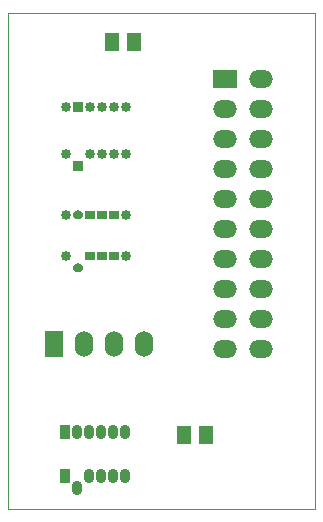
<source format=gts>
G04 (created by PCBNEW (2013-07-07 BZR 4022)-stable) date 03/02/2014 00:35:57*
%MOIN*%
G04 Gerber Fmt 3.4, Leading zero omitted, Abs format*
%FSLAX34Y34*%
G01*
G70*
G90*
G04 APERTURE LIST*
%ADD10C,0.00590551*%
%ADD11C,0.00393701*%
%ADD12R,0.0334646X0.03*%
%ADD13O,0.0354X0.03*%
%ADD14C,0.0334646*%
%ADD15R,0.0787X0.06*%
%ADD16O,0.0787X0.06*%
%ADD17R,0.0512X0.059*%
%ADD18R,0.06X0.0866*%
%ADD19O,0.06X0.0866*%
%ADD20R,0.0334646X0.0334646*%
%ADD21R,0.0346457X0.0472441*%
%ADD22O,0.0346457X0.0472441*%
G04 APERTURE END LIST*
G54D10*
G54D11*
X10236Y-16535D02*
X10236Y-13779D01*
X0Y-16535D02*
X10236Y-16535D01*
X0Y-13779D02*
X0Y-16535D01*
X0Y0D02*
X10236Y0D01*
X0Y-13779D02*
X0Y0D01*
X10236Y0D02*
X10236Y-13779D01*
G54D12*
X2728Y-6742D03*
X3128Y-6742D03*
G54D13*
X2328Y-6742D03*
G54D12*
X3528Y-6742D03*
G54D14*
X1928Y-6742D03*
X3928Y-6742D03*
G54D15*
X7219Y-2187D03*
G54D16*
X8413Y-2187D03*
X7219Y-3187D03*
X8413Y-3187D03*
X7219Y-4187D03*
X8413Y-4187D03*
X7219Y-5187D03*
X8413Y-5187D03*
X7219Y-6187D03*
X8413Y-6187D03*
X7219Y-7187D03*
X8413Y-7187D03*
X7219Y-8187D03*
X8413Y-8187D03*
X7219Y-9187D03*
X8413Y-9187D03*
X7219Y-10187D03*
X8413Y-10187D03*
X7219Y-11187D03*
X8413Y-11187D03*
G54D17*
X6595Y-14055D03*
X5845Y-14055D03*
G54D18*
X1531Y-11023D03*
G54D19*
X2531Y-11023D03*
X3531Y-11023D03*
X4531Y-11023D03*
G54D14*
X2728Y-4692D03*
X3128Y-4692D03*
G54D20*
X2328Y-5092D03*
G54D14*
X3528Y-4692D03*
X1928Y-4692D03*
X3928Y-4692D03*
X2728Y-3142D03*
X3128Y-3142D03*
G54D20*
X2328Y-3142D03*
G54D14*
X3528Y-3142D03*
X1928Y-3142D03*
X3928Y-3142D03*
G54D21*
X1889Y-15433D03*
G54D22*
X2289Y-15833D03*
X2689Y-15433D03*
X3089Y-15433D03*
X3489Y-15433D03*
X3889Y-15433D03*
G54D21*
X1889Y-13976D03*
G54D22*
X2289Y-13976D03*
X2689Y-13976D03*
X3089Y-13976D03*
X3489Y-13976D03*
X3889Y-13976D03*
G54D12*
X2728Y-8092D03*
X3128Y-8092D03*
G54D13*
X2328Y-8492D03*
G54D12*
X3528Y-8092D03*
G54D14*
X1928Y-8092D03*
X3928Y-8092D03*
G54D17*
X4193Y-984D03*
X3443Y-984D03*
M02*

</source>
